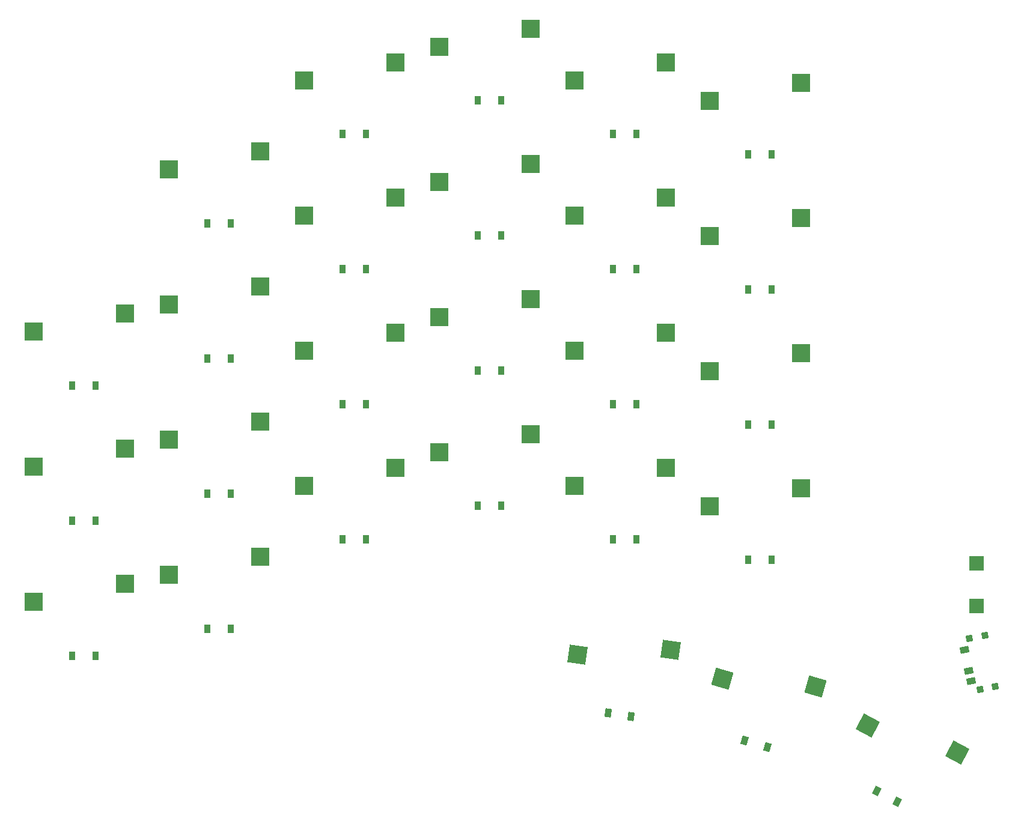
<source format=gbr>
%TF.GenerationSoftware,KiCad,Pcbnew,8.0.0*%
%TF.CreationDate,2024-03-07T20:20:43+01:00*%
%TF.ProjectId,splitty_boy_routed,73706c69-7474-4795-9f62-6f795f726f75,v1.0.0*%
%TF.SameCoordinates,Original*%
%TF.FileFunction,Paste,Bot*%
%TF.FilePolarity,Positive*%
%FSLAX46Y46*%
G04 Gerber Fmt 4.6, Leading zero omitted, Abs format (unit mm)*
G04 Created by KiCad (PCBNEW 8.0.0) date 2024-03-07 20:20:43*
%MOMM*%
%LPD*%
G01*
G04 APERTURE LIST*
G04 Aperture macros list*
%AMRotRect*
0 Rectangle, with rotation*
0 The origin of the aperture is its center*
0 $1 length*
0 $2 width*
0 $3 Rotation angle, in degrees counterclockwise*
0 Add horizontal line*
21,1,$1,$2,0,0,$3*%
G04 Aperture macros list end*
%ADD10R,2.550000X2.500000*%
%ADD11RotRect,2.550000X2.500000X352.000000*%
%ADD12RotRect,2.550000X2.500000X344.000000*%
%ADD13RotRect,2.550000X2.500000X332.000000*%
%ADD14R,0.900000X1.200000*%
%ADD15RotRect,0.900000X1.200000X352.000000*%
%ADD16RotRect,0.900000X1.200000X344.000000*%
%ADD17RotRect,0.900000X1.200000X332.000000*%
%ADD18RotRect,0.900000X1.250000X281.500000*%
%ADD19RotRect,0.900000X0.900000X281.500000*%
%ADD20R,2.000000X2.000000*%
G04 APERTURE END LIST*
D10*
%TO.C,S1*%
X141819943Y-161344700D03*
X154746943Y-158804700D03*
%TD*%
%TO.C,S2*%
X141819950Y-142294701D03*
X154746950Y-139754701D03*
%TD*%
%TO.C,S3*%
X141819948Y-123244701D03*
X154746948Y-120704701D03*
%TD*%
%TO.C,S4*%
X160869947Y-157534696D03*
X173796947Y-154994696D03*
%TD*%
%TO.C,S5*%
X160869949Y-138484702D03*
X173796949Y-135944702D03*
%TD*%
%TO.C,S6*%
X160869937Y-119434699D03*
X173796937Y-116894699D03*
%TD*%
%TO.C,S7*%
X160869950Y-100384700D03*
X173796950Y-97844700D03*
%TD*%
%TO.C,S8*%
X179919944Y-144961702D03*
X192846944Y-142421702D03*
%TD*%
%TO.C,S9*%
X179919949Y-125911704D03*
X192846949Y-123371704D03*
%TD*%
%TO.C,S10*%
X179919953Y-106861705D03*
X192846953Y-104321705D03*
%TD*%
%TO.C,S11*%
X179919952Y-87811697D03*
X192846952Y-85271697D03*
%TD*%
%TO.C,S12*%
X198969950Y-140199199D03*
X211896950Y-137659199D03*
%TD*%
%TO.C,S13*%
X198969943Y-121149203D03*
X211896943Y-118609203D03*
%TD*%
%TO.C,S14*%
X198969950Y-102099202D03*
X211896950Y-99559202D03*
%TD*%
%TO.C,S15*%
X198969945Y-83049203D03*
X211896945Y-80509203D03*
%TD*%
%TO.C,S16*%
X218019950Y-144961702D03*
X230946950Y-142421702D03*
%TD*%
%TO.C,S17*%
X218019947Y-125911701D03*
X230946947Y-123371701D03*
%TD*%
%TO.C,S18*%
X218019950Y-106861704D03*
X230946950Y-104321704D03*
%TD*%
%TO.C,S19*%
X218019946Y-87811705D03*
X230946946Y-85271705D03*
%TD*%
%TO.C,S20*%
X237069957Y-147819194D03*
X249996957Y-145279194D03*
%TD*%
%TO.C,S21*%
X237069943Y-128769195D03*
X249996943Y-126229195D03*
%TD*%
%TO.C,S22*%
X237069948Y-109719201D03*
X249996948Y-107179201D03*
%TD*%
%TO.C,S23*%
X237069947Y-90669194D03*
X249996947Y-88129194D03*
%TD*%
D11*
%TO.C,S24*%
X218442403Y-168765375D03*
X231597096Y-168049183D03*
%TD*%
D12*
%TO.C,S25*%
X238882677Y-172099563D03*
X252009025Y-173221117D03*
%TD*%
D13*
%TO.C,S26*%
X259342231Y-178768266D03*
X271948552Y-182594438D03*
%TD*%
D14*
%TO.C,D1*%
X150554945Y-168884698D03*
X147254945Y-168884698D03*
%TD*%
%TO.C,D2*%
X150554950Y-149834703D03*
X147254950Y-149834703D03*
%TD*%
%TO.C,D3*%
X150554949Y-130784698D03*
X147254949Y-130784698D03*
%TD*%
%TO.C,D4*%
X169604943Y-165074700D03*
X166304943Y-165074700D03*
%TD*%
%TO.C,D5*%
X169604952Y-146024700D03*
X166304952Y-146024700D03*
%TD*%
%TO.C,D6*%
X169604943Y-126974700D03*
X166304943Y-126974700D03*
%TD*%
%TO.C,D7*%
X169604945Y-107924702D03*
X166304945Y-107924702D03*
%TD*%
%TO.C,D8*%
X188654946Y-152501699D03*
X185354946Y-152501699D03*
%TD*%
%TO.C,D9*%
X188654944Y-133451702D03*
X185354944Y-133451702D03*
%TD*%
%TO.C,D10*%
X188654950Y-114401706D03*
X185354950Y-114401706D03*
%TD*%
%TO.C,D11*%
X188654947Y-95351700D03*
X185354947Y-95351700D03*
%TD*%
%TO.C,D12*%
X207704951Y-147739198D03*
X204404951Y-147739198D03*
%TD*%
%TO.C,D13*%
X207704947Y-128689213D03*
X204404947Y-128689213D03*
%TD*%
%TO.C,D14*%
X207704948Y-109639201D03*
X204404948Y-109639201D03*
%TD*%
%TO.C,D15*%
X207704948Y-90589200D03*
X204404948Y-90589200D03*
%TD*%
%TO.C,D16*%
X226754950Y-152501696D03*
X223454950Y-152501696D03*
%TD*%
%TO.C,D17*%
X226754948Y-133451695D03*
X223454948Y-133451695D03*
%TD*%
%TO.C,D18*%
X226754942Y-114401696D03*
X223454942Y-114401696D03*
%TD*%
%TO.C,D19*%
X226754953Y-95351695D03*
X223454953Y-95351695D03*
%TD*%
%TO.C,D20*%
X245804944Y-155359199D03*
X242504944Y-155359199D03*
%TD*%
%TO.C,D21*%
X245804950Y-136309196D03*
X242504950Y-136309196D03*
%TD*%
%TO.C,D22*%
X245804947Y-117259201D03*
X242504947Y-117259201D03*
%TD*%
%TO.C,D23*%
X245804949Y-98209200D03*
X242504949Y-98209200D03*
%TD*%
D15*
%TO.C,D24*%
X226043026Y-177447678D03*
X222775142Y-176988406D03*
%TD*%
D16*
%TO.C,D25*%
X245200987Y-181755164D03*
X242028821Y-180845560D03*
%TD*%
D17*
%TO.C,D26*%
X263514961Y-189526530D03*
X260601233Y-187977276D03*
%TD*%
D18*
%TO.C,T1*%
X273022872Y-168061380D03*
X273620976Y-171001155D03*
X273920025Y-172471042D03*
D19*
X277320373Y-173258943D03*
X275164538Y-173697548D03*
X273689215Y-166446101D03*
X275845050Y-166007496D03*
%TD*%
D20*
%TO.C,PAD1*%
X274654947Y-155884198D03*
%TD*%
%TO.C,PAD2*%
X274654943Y-161884196D03*
%TD*%
M02*

</source>
